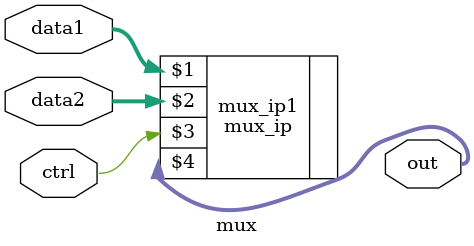
<source format=v>
module mux(data1,data2,out,ctrl);
    input [31:0] data1;
    input [31:0] data2;
    output [31:0] out;
    input ctrl;
    mux_ip mux_ip1(data1,data2,ctrl,out);
endmodule
</source>
